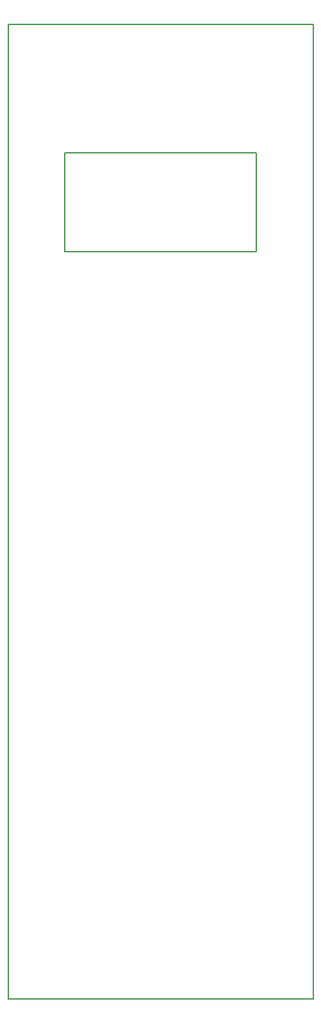
<source format=gbr>
G04 #@! TF.FileFunction,Profile,NP*
%FSLAX46Y46*%
G04 Gerber Fmt 4.6, Leading zero omitted, Abs format (unit mm)*
G04 Created by KiCad (PCBNEW 4.0.7) date 11/03/18 15:48:41*
%MOMM*%
%LPD*%
G01*
G04 APERTURE LIST*
%ADD10C,0.100000*%
%ADD11C,0.150000*%
G04 APERTURE END LIST*
D10*
D11*
X110400000Y-56900000D02*
X135700000Y-56900000D01*
X110400000Y-69900000D02*
X110400000Y-56900000D01*
X135700000Y-69900000D02*
X110400000Y-69900000D01*
X135700000Y-56900000D02*
X135700000Y-69900000D01*
X102900000Y-40000000D02*
X102900000Y-168500000D01*
X143200000Y-168500000D02*
X102900000Y-168500000D01*
X143200000Y-40000000D02*
X143200000Y-168500000D01*
X102900000Y-40000000D02*
X143200000Y-40000000D01*
M02*

</source>
